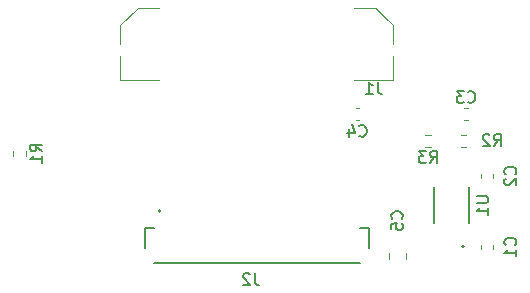
<source format=gbo>
G04 #@! TF.GenerationSoftware,KiCad,Pcbnew,8.0.4-1.fc40*
G04 #@! TF.CreationDate,2024-09-25T16:47:45-07:00*
G04 #@! TF.ProjectId,syzygy-dsi,73797a79-6779-42d6-9473-692e6b696361,A*
G04 #@! TF.SameCoordinates,Original*
G04 #@! TF.FileFunction,Legend,Bot*
G04 #@! TF.FilePolarity,Positive*
%FSLAX46Y46*%
G04 Gerber Fmt 4.6, Leading zero omitted, Abs format (unit mm)*
G04 Created by KiCad (PCBNEW 8.0.4-1.fc40) date 2024-09-25 16:47:45*
%MOMM*%
%LPD*%
G01*
G04 APERTURE LIST*
%ADD10C,0.120000*%
%ADD11C,0.150000*%
%ADD12C,0.127000*%
%ADD13C,0.200000*%
G04 APERTURE END LIST*
D10*
X152500000Y-62750000D02*
X153950000Y-64200000D01*
D11*
X124184819Y-74933333D02*
X123708628Y-74600000D01*
X124184819Y-74361905D02*
X123184819Y-74361905D01*
X123184819Y-74361905D02*
X123184819Y-74742857D01*
X123184819Y-74742857D02*
X123232438Y-74838095D01*
X123232438Y-74838095D02*
X123280057Y-74885714D01*
X123280057Y-74885714D02*
X123375295Y-74933333D01*
X123375295Y-74933333D02*
X123518152Y-74933333D01*
X123518152Y-74933333D02*
X123613390Y-74885714D01*
X123613390Y-74885714D02*
X123661009Y-74838095D01*
X123661009Y-74838095D02*
X123708628Y-74742857D01*
X123708628Y-74742857D02*
X123708628Y-74361905D01*
X124184819Y-75885714D02*
X124184819Y-75314286D01*
X124184819Y-75600000D02*
X123184819Y-75600000D01*
X123184819Y-75600000D02*
X123327676Y-75504762D01*
X123327676Y-75504762D02*
X123422914Y-75409524D01*
X123422914Y-75409524D02*
X123470533Y-75314286D01*
X152633653Y-69054819D02*
X152633653Y-69769104D01*
X152633653Y-69769104D02*
X152681272Y-69911961D01*
X152681272Y-69911961D02*
X152776510Y-70007200D01*
X152776510Y-70007200D02*
X152919367Y-70054819D01*
X152919367Y-70054819D02*
X153014605Y-70054819D01*
X151633653Y-70054819D02*
X152205081Y-70054819D01*
X151919367Y-70054819D02*
X151919367Y-69054819D01*
X151919367Y-69054819D02*
X152014605Y-69197676D01*
X152014605Y-69197676D02*
X152109843Y-69292914D01*
X152109843Y-69292914D02*
X152205081Y-69340533D01*
X157066666Y-75909819D02*
X157399999Y-75433628D01*
X157638094Y-75909819D02*
X157638094Y-74909819D01*
X157638094Y-74909819D02*
X157257142Y-74909819D01*
X157257142Y-74909819D02*
X157161904Y-74957438D01*
X157161904Y-74957438D02*
X157114285Y-75005057D01*
X157114285Y-75005057D02*
X157066666Y-75100295D01*
X157066666Y-75100295D02*
X157066666Y-75243152D01*
X157066666Y-75243152D02*
X157114285Y-75338390D01*
X157114285Y-75338390D02*
X157161904Y-75386009D01*
X157161904Y-75386009D02*
X157257142Y-75433628D01*
X157257142Y-75433628D02*
X157638094Y-75433628D01*
X156733332Y-74909819D02*
X156114285Y-74909819D01*
X156114285Y-74909819D02*
X156447618Y-75290771D01*
X156447618Y-75290771D02*
X156304761Y-75290771D01*
X156304761Y-75290771D02*
X156209523Y-75338390D01*
X156209523Y-75338390D02*
X156161904Y-75386009D01*
X156161904Y-75386009D02*
X156114285Y-75481247D01*
X156114285Y-75481247D02*
X156114285Y-75719342D01*
X156114285Y-75719342D02*
X156161904Y-75814580D01*
X156161904Y-75814580D02*
X156209523Y-75862200D01*
X156209523Y-75862200D02*
X156304761Y-75909819D01*
X156304761Y-75909819D02*
X156590475Y-75909819D01*
X156590475Y-75909819D02*
X156685713Y-75862200D01*
X156685713Y-75862200D02*
X156733332Y-75814580D01*
X160266666Y-70729580D02*
X160314285Y-70777200D01*
X160314285Y-70777200D02*
X160457142Y-70824819D01*
X160457142Y-70824819D02*
X160552380Y-70824819D01*
X160552380Y-70824819D02*
X160695237Y-70777200D01*
X160695237Y-70777200D02*
X160790475Y-70681961D01*
X160790475Y-70681961D02*
X160838094Y-70586723D01*
X160838094Y-70586723D02*
X160885713Y-70396247D01*
X160885713Y-70396247D02*
X160885713Y-70253390D01*
X160885713Y-70253390D02*
X160838094Y-70062914D01*
X160838094Y-70062914D02*
X160790475Y-69967676D01*
X160790475Y-69967676D02*
X160695237Y-69872438D01*
X160695237Y-69872438D02*
X160552380Y-69824819D01*
X160552380Y-69824819D02*
X160457142Y-69824819D01*
X160457142Y-69824819D02*
X160314285Y-69872438D01*
X160314285Y-69872438D02*
X160266666Y-69920057D01*
X159933332Y-69824819D02*
X159314285Y-69824819D01*
X159314285Y-69824819D02*
X159647618Y-70205771D01*
X159647618Y-70205771D02*
X159504761Y-70205771D01*
X159504761Y-70205771D02*
X159409523Y-70253390D01*
X159409523Y-70253390D02*
X159361904Y-70301009D01*
X159361904Y-70301009D02*
X159314285Y-70396247D01*
X159314285Y-70396247D02*
X159314285Y-70634342D01*
X159314285Y-70634342D02*
X159361904Y-70729580D01*
X159361904Y-70729580D02*
X159409523Y-70777200D01*
X159409523Y-70777200D02*
X159504761Y-70824819D01*
X159504761Y-70824819D02*
X159790475Y-70824819D01*
X159790475Y-70824819D02*
X159885713Y-70777200D01*
X159885713Y-70777200D02*
X159933332Y-70729580D01*
X164259580Y-82858333D02*
X164307200Y-82810714D01*
X164307200Y-82810714D02*
X164354819Y-82667857D01*
X164354819Y-82667857D02*
X164354819Y-82572619D01*
X164354819Y-82572619D02*
X164307200Y-82429762D01*
X164307200Y-82429762D02*
X164211961Y-82334524D01*
X164211961Y-82334524D02*
X164116723Y-82286905D01*
X164116723Y-82286905D02*
X163926247Y-82239286D01*
X163926247Y-82239286D02*
X163783390Y-82239286D01*
X163783390Y-82239286D02*
X163592914Y-82286905D01*
X163592914Y-82286905D02*
X163497676Y-82334524D01*
X163497676Y-82334524D02*
X163402438Y-82429762D01*
X163402438Y-82429762D02*
X163354819Y-82572619D01*
X163354819Y-82572619D02*
X163354819Y-82667857D01*
X163354819Y-82667857D02*
X163402438Y-82810714D01*
X163402438Y-82810714D02*
X163450057Y-82858333D01*
X164354819Y-83810714D02*
X164354819Y-83239286D01*
X164354819Y-83525000D02*
X163354819Y-83525000D01*
X163354819Y-83525000D02*
X163497676Y-83429762D01*
X163497676Y-83429762D02*
X163592914Y-83334524D01*
X163592914Y-83334524D02*
X163640533Y-83239286D01*
X162466666Y-74454819D02*
X162799999Y-73978628D01*
X163038094Y-74454819D02*
X163038094Y-73454819D01*
X163038094Y-73454819D02*
X162657142Y-73454819D01*
X162657142Y-73454819D02*
X162561904Y-73502438D01*
X162561904Y-73502438D02*
X162514285Y-73550057D01*
X162514285Y-73550057D02*
X162466666Y-73645295D01*
X162466666Y-73645295D02*
X162466666Y-73788152D01*
X162466666Y-73788152D02*
X162514285Y-73883390D01*
X162514285Y-73883390D02*
X162561904Y-73931009D01*
X162561904Y-73931009D02*
X162657142Y-73978628D01*
X162657142Y-73978628D02*
X163038094Y-73978628D01*
X162085713Y-73550057D02*
X162038094Y-73502438D01*
X162038094Y-73502438D02*
X161942856Y-73454819D01*
X161942856Y-73454819D02*
X161704761Y-73454819D01*
X161704761Y-73454819D02*
X161609523Y-73502438D01*
X161609523Y-73502438D02*
X161561904Y-73550057D01*
X161561904Y-73550057D02*
X161514285Y-73645295D01*
X161514285Y-73645295D02*
X161514285Y-73740533D01*
X161514285Y-73740533D02*
X161561904Y-73883390D01*
X161561904Y-73883390D02*
X162133332Y-74454819D01*
X162133332Y-74454819D02*
X161514285Y-74454819D01*
X154659580Y-80633333D02*
X154707200Y-80585714D01*
X154707200Y-80585714D02*
X154754819Y-80442857D01*
X154754819Y-80442857D02*
X154754819Y-80347619D01*
X154754819Y-80347619D02*
X154707200Y-80204762D01*
X154707200Y-80204762D02*
X154611961Y-80109524D01*
X154611961Y-80109524D02*
X154516723Y-80061905D01*
X154516723Y-80061905D02*
X154326247Y-80014286D01*
X154326247Y-80014286D02*
X154183390Y-80014286D01*
X154183390Y-80014286D02*
X153992914Y-80061905D01*
X153992914Y-80061905D02*
X153897676Y-80109524D01*
X153897676Y-80109524D02*
X153802438Y-80204762D01*
X153802438Y-80204762D02*
X153754819Y-80347619D01*
X153754819Y-80347619D02*
X153754819Y-80442857D01*
X153754819Y-80442857D02*
X153802438Y-80585714D01*
X153802438Y-80585714D02*
X153850057Y-80633333D01*
X153754819Y-81538095D02*
X153754819Y-81061905D01*
X153754819Y-81061905D02*
X154231009Y-81014286D01*
X154231009Y-81014286D02*
X154183390Y-81061905D01*
X154183390Y-81061905D02*
X154135771Y-81157143D01*
X154135771Y-81157143D02*
X154135771Y-81395238D01*
X154135771Y-81395238D02*
X154183390Y-81490476D01*
X154183390Y-81490476D02*
X154231009Y-81538095D01*
X154231009Y-81538095D02*
X154326247Y-81585714D01*
X154326247Y-81585714D02*
X154564342Y-81585714D01*
X154564342Y-81585714D02*
X154659580Y-81538095D01*
X154659580Y-81538095D02*
X154707200Y-81490476D01*
X154707200Y-81490476D02*
X154754819Y-81395238D01*
X154754819Y-81395238D02*
X154754819Y-81157143D01*
X154754819Y-81157143D02*
X154707200Y-81061905D01*
X154707200Y-81061905D02*
X154659580Y-81014286D01*
X142233333Y-85254819D02*
X142233333Y-85969104D01*
X142233333Y-85969104D02*
X142280952Y-86111961D01*
X142280952Y-86111961D02*
X142376190Y-86207200D01*
X142376190Y-86207200D02*
X142519047Y-86254819D01*
X142519047Y-86254819D02*
X142614285Y-86254819D01*
X141804761Y-85350057D02*
X141757142Y-85302438D01*
X141757142Y-85302438D02*
X141661904Y-85254819D01*
X141661904Y-85254819D02*
X141423809Y-85254819D01*
X141423809Y-85254819D02*
X141328571Y-85302438D01*
X141328571Y-85302438D02*
X141280952Y-85350057D01*
X141280952Y-85350057D02*
X141233333Y-85445295D01*
X141233333Y-85445295D02*
X141233333Y-85540533D01*
X141233333Y-85540533D02*
X141280952Y-85683390D01*
X141280952Y-85683390D02*
X141852380Y-86254819D01*
X141852380Y-86254819D02*
X141233333Y-86254819D01*
X161004819Y-78724143D02*
X161814342Y-78724143D01*
X161814342Y-78724143D02*
X161909580Y-78771762D01*
X161909580Y-78771762D02*
X161957200Y-78819381D01*
X161957200Y-78819381D02*
X162004819Y-78914619D01*
X162004819Y-78914619D02*
X162004819Y-79105095D01*
X162004819Y-79105095D02*
X161957200Y-79200333D01*
X161957200Y-79200333D02*
X161909580Y-79247952D01*
X161909580Y-79247952D02*
X161814342Y-79295571D01*
X161814342Y-79295571D02*
X161004819Y-79295571D01*
X162004819Y-80295571D02*
X162004819Y-79724143D01*
X162004819Y-80009857D02*
X161004819Y-80009857D01*
X161004819Y-80009857D02*
X161147676Y-79914619D01*
X161147676Y-79914619D02*
X161242914Y-79819381D01*
X161242914Y-79819381D02*
X161290533Y-79724143D01*
X151066666Y-73589580D02*
X151114285Y-73637200D01*
X151114285Y-73637200D02*
X151257142Y-73684819D01*
X151257142Y-73684819D02*
X151352380Y-73684819D01*
X151352380Y-73684819D02*
X151495237Y-73637200D01*
X151495237Y-73637200D02*
X151590475Y-73541961D01*
X151590475Y-73541961D02*
X151638094Y-73446723D01*
X151638094Y-73446723D02*
X151685713Y-73256247D01*
X151685713Y-73256247D02*
X151685713Y-73113390D01*
X151685713Y-73113390D02*
X151638094Y-72922914D01*
X151638094Y-72922914D02*
X151590475Y-72827676D01*
X151590475Y-72827676D02*
X151495237Y-72732438D01*
X151495237Y-72732438D02*
X151352380Y-72684819D01*
X151352380Y-72684819D02*
X151257142Y-72684819D01*
X151257142Y-72684819D02*
X151114285Y-72732438D01*
X151114285Y-72732438D02*
X151066666Y-72780057D01*
X150209523Y-73018152D02*
X150209523Y-73684819D01*
X150447618Y-72637200D02*
X150685713Y-73351485D01*
X150685713Y-73351485D02*
X150066666Y-73351485D01*
X164259580Y-76858333D02*
X164307200Y-76810714D01*
X164307200Y-76810714D02*
X164354819Y-76667857D01*
X164354819Y-76667857D02*
X164354819Y-76572619D01*
X164354819Y-76572619D02*
X164307200Y-76429762D01*
X164307200Y-76429762D02*
X164211961Y-76334524D01*
X164211961Y-76334524D02*
X164116723Y-76286905D01*
X164116723Y-76286905D02*
X163926247Y-76239286D01*
X163926247Y-76239286D02*
X163783390Y-76239286D01*
X163783390Y-76239286D02*
X163592914Y-76286905D01*
X163592914Y-76286905D02*
X163497676Y-76334524D01*
X163497676Y-76334524D02*
X163402438Y-76429762D01*
X163402438Y-76429762D02*
X163354819Y-76572619D01*
X163354819Y-76572619D02*
X163354819Y-76667857D01*
X163354819Y-76667857D02*
X163402438Y-76810714D01*
X163402438Y-76810714D02*
X163450057Y-76858333D01*
X163450057Y-77239286D02*
X163402438Y-77286905D01*
X163402438Y-77286905D02*
X163354819Y-77382143D01*
X163354819Y-77382143D02*
X163354819Y-77620238D01*
X163354819Y-77620238D02*
X163402438Y-77715476D01*
X163402438Y-77715476D02*
X163450057Y-77763095D01*
X163450057Y-77763095D02*
X163545295Y-77810714D01*
X163545295Y-77810714D02*
X163640533Y-77810714D01*
X163640533Y-77810714D02*
X163783390Y-77763095D01*
X163783390Y-77763095D02*
X164354819Y-77191667D01*
X164354819Y-77191667D02*
X164354819Y-77810714D01*
D10*
G04 #@! TO.C,R1*
X121777500Y-74862742D02*
X121777500Y-75337258D01*
X122822500Y-74862742D02*
X122822500Y-75337258D01*
G04 #@! TO.C,J1*
X130850320Y-64250000D02*
X132341920Y-62752000D01*
X130850320Y-65800000D02*
X130850320Y-64250000D01*
X130850320Y-67832000D02*
X130850320Y-66816000D01*
X130850320Y-68848000D02*
X130850320Y-67832000D01*
X132341920Y-62752000D02*
X134152320Y-62752000D01*
X134152320Y-68848000D02*
X130850320Y-68848000D01*
X150648320Y-68848000D02*
X153950320Y-68848000D01*
X152433320Y-62752000D02*
X150648320Y-62752000D01*
X153950320Y-64250000D02*
X152433320Y-62752000D01*
X153950320Y-65800000D02*
X153950320Y-64250000D01*
X153950320Y-67832000D02*
X153950320Y-66816000D01*
X153950320Y-68848000D02*
X153950320Y-67832000D01*
G04 #@! TO.C,R3*
X157137258Y-73502500D02*
X156662742Y-73502500D01*
X157137258Y-74547500D02*
X156662742Y-74547500D01*
G04 #@! TO.C,C3*
X159959420Y-71290000D02*
X160240580Y-71290000D01*
X159959420Y-72310000D02*
X160240580Y-72310000D01*
G04 #@! TO.C,C1*
X161390000Y-83165581D02*
X161390000Y-82884419D01*
X162410000Y-83165581D02*
X162410000Y-82884419D01*
G04 #@! TO.C,R2*
X159662742Y-73502500D02*
X160137258Y-73502500D01*
X159662742Y-74547500D02*
X160137258Y-74547500D01*
G04 #@! TO.C,C5*
X153565000Y-83538747D02*
X153565000Y-84061253D01*
X155035000Y-83538747D02*
X155035000Y-84061253D01*
D12*
G04 #@! TO.C,J2*
X132900320Y-81450000D02*
X133680320Y-81450000D01*
X132900320Y-83080000D02*
X132900320Y-81450000D01*
X133670320Y-84350000D02*
X151130320Y-84350000D01*
X151900320Y-81450000D02*
X151120320Y-81450000D01*
X151900320Y-83080000D02*
X151900320Y-81450000D01*
D13*
X134250320Y-80000000D02*
G75*
G02*
X134050320Y-80000000I-100000J0D01*
G01*
X134050320Y-80000000D02*
G75*
G02*
X134250320Y-80000000I100000J0D01*
G01*
D12*
G04 #@! TO.C,U1*
X157355000Y-77961048D02*
X157355000Y-80961048D01*
X160395000Y-77961048D02*
X160395000Y-80961048D01*
D13*
X159950000Y-82961048D02*
G75*
G02*
X159750000Y-82961048I-100000J0D01*
G01*
X159750000Y-82961048D02*
G75*
G02*
X159950000Y-82961048I100000J0D01*
G01*
D10*
G04 #@! TO.C,C4*
X151040581Y-71290000D02*
X150759419Y-71290000D01*
X151040581Y-72310000D02*
X150759419Y-72310000D01*
G04 #@! TO.C,C2*
X161390000Y-76884419D02*
X161390000Y-77165581D01*
X162410000Y-76884419D02*
X162410000Y-77165581D01*
G04 #@! TD*
M02*

</source>
